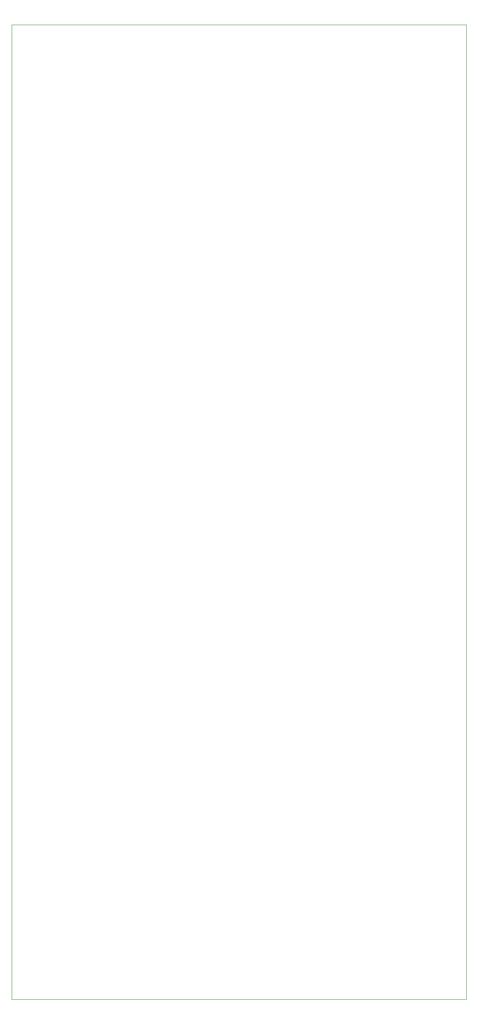
<source format=gbr>
G04 #@! TF.FileFunction,Profile,NP*
%FSLAX46Y46*%
G04 Gerber Fmt 4.6, Leading zero omitted, Abs format (unit mm)*
G04 Created by KiCad (PCBNEW 4.0.1-stable) date 01/16/17 05:03:06*
%MOMM*%
G01*
G04 APERTURE LIST*
%ADD10C,0.100000*%
G04 APERTURE END LIST*
D10*
X121920000Y-38100000D02*
X121920000Y-228600000D01*
X210820000Y-228600000D02*
X210820000Y-38100000D01*
X210820000Y-228600000D02*
X121920000Y-228600000D01*
X121920000Y-38100000D02*
X210820000Y-38100000D01*
M02*

</source>
